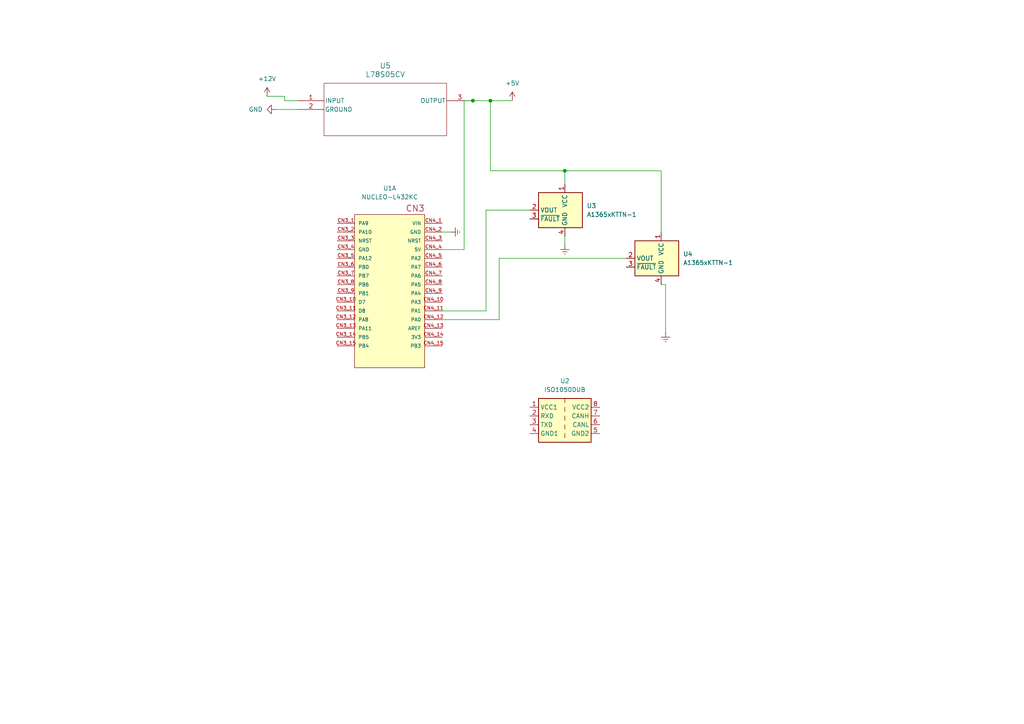
<source format=kicad_sch>
(kicad_sch (version 20230121) (generator eeschema)
  (paper "A4")
  (lib_symbols
    (symbol "1FS_2_Global_Symbol_Library:NUCLEO-L432KC" (pin_names (offset 1.016))
      (property "Reference" "U" (at 10.16 21.082 0))
      (property "Value" "NUCLEO-L432KC" (at -7.62 -25.4 0))
      (symbol "NUCLEO-L432KC_1_0"
        (rectangle (start -10.16 17.78) (end 10.16 -26.67) (stroke (width 0.1524)) (fill (type background)))
        (text "CN3" (at 10.16 18.542 0) (effects (font (size 1.778 1.778)) (justify right bottom)))
        (pin bidirectional line (at -15.24 15.24 0) (length 5.08) (name "PA9") (number "CN3_1"))
        (pin bidirectional line (at -15.24 -12.7 0) (length 5.08) (name "PA8") (number "CN3_12"))
        (pin bidirectional line (at -15.24 -15.24 0) (length 5.08) (name "PA11") (number "CN3_13"))
        (pin bidirectional line (at -15.24 -17.78 0) (length 5.08) (name "PB5") (number "CN3_14"))
        (pin bidirectional line (at -15.24 -20.32 0) (length 5.08) (name "PB4") (number "CN3_15"))
        (pin bidirectional line (at -15.24 12.7 0) (length 5.08) (name "PA10") (number "CN3_2"))
        (pin bidirectional line (at -15.24 5.08 0) (length 5.08) (name "PA12") (number "CN3_5"))
        (pin bidirectional line (at -15.24 2.54 0) (length 5.08) (name "PB0") (number "CN3_6"))
        (pin bidirectional line (at -15.24 0 0) (length 5.08) (name "PB7") (number "CN3_7"))
        (pin bidirectional line (at -15.24 -2.54 0) (length 5.08) (name "PB6") (number "CN3_8"))
        (pin bidirectional line (at -15.24 -5.08 0) (length 5.08) (name "PB1") (number "CN3_9"))
      )
      (symbol "NUCLEO-L432KC_1_1"
        (pin bidirectional line (at -15.24 -7.62 0) (length 5.08) (name "D7") (number "CN3_10"))
        (pin bidirectional line (at -15.24 -10.16 0) (length 5.08) (name "D8") (number "CN3_11"))
        (pin bidirectional line (at -15.24 10.16 0) (length 5.08) (name "NRST") (number "CN3_3"))
        (pin power_in line (at -15.24 7.62 0) (length 5.08) (name "GND") (number "CN3_4"))
        (pin power_in line (at 15.24 15.24 180) (length 5.08) (name "VIN") (number "CN4_1"))
        (pin bidirectional line (at 15.24 -7.62 180) (length 5.08) (name "PA3") (number "CN4_10"))
        (pin bidirectional line (at 15.24 -10.16 180) (length 5.08) (name "PA1") (number "CN4_11"))
        (pin bidirectional line (at 15.24 -12.7 180) (length 5.08) (name "PA0") (number "CN4_12"))
        (pin bidirectional line (at 15.24 -15.24 180) (length 5.08) (name "AREF") (number "CN4_13"))
        (pin power_out line (at 15.24 -17.78 180) (length 5.08) (name "3V3") (number "CN4_14"))
        (pin bidirectional line (at 15.24 -20.32 180) (length 5.08) (name "PB3") (number "CN4_15"))
        (pin power_in line (at 15.24 12.7 180) (length 5.08) (name "GND") (number "CN4_2"))
        (pin bidirectional line (at 15.24 10.16 180) (length 5.08) (name "NRST") (number "CN4_3"))
        (pin power_out line (at 15.24 7.62 180) (length 5.08) (name "5V") (number "CN4_4"))
        (pin bidirectional line (at 15.24 5.08 180) (length 5.08) (name "PA2") (number "CN4_5"))
        (pin bidirectional line (at 15.24 2.54 180) (length 5.08) (name "PA7") (number "CN4_6"))
        (pin bidirectional line (at 15.24 0 180) (length 5.08) (name "PA6") (number "CN4_7"))
        (pin bidirectional line (at 15.24 -2.54 180) (length 5.08) (name "PA5") (number "CN4_8"))
        (pin bidirectional line (at 15.24 -5.08 180) (length 5.08) (name "PA4") (number "CN4_9"))
      )
      (symbol "NUCLEO-L432KC_2_0"
        (rectangle (start -10.16 -17.78) (end 10.16 17.78) (stroke (width 0.1524)) (fill (type background)))
        (text "CN4" (at -10.16 18.542 0) (effects (font (size 1.778 1.778)) (justify left bottom)))
        (pin input line (at -15.24 7.62 0) (length 5.08) (name "VIN") (number "CN4_1"))
        (pin bidirectional line (at -15.24 -10.16 0) (length 5.08) (name "PA3") (number "CN4_10"))
        (pin bidirectional line (at -15.24 -5.08 0) (length 5.08) (name "PA1") (number "CN4_11"))
        (pin bidirectional line (at -15.24 -2.54 0) (length 5.08) (name "PA0") (number "CN4_12"))
        (pin bidirectional line (at 15.24 7.62 180) (length 5.08) (name "AREF") (number "CN4_13"))
        (pin power_in line (at 15.24 12.7 180) (length 5.08) (name "+3V3") (number "CN4_14"))
        (pin bidirectional line (at 15.24 2.54 180) (length 5.08) (name "PB3") (number "CN4_15"))
        (pin power_in line (at 15.24 -15.24 180) (length 5.08) (name "GND_CN4") (number "CN4_2"))
        (pin bidirectional line (at -15.24 2.54 0) (length 5.08) (name "NRST_CN4") (number "CN4_3"))
        (pin power_in line (at 15.24 15.24 180) (length 5.08) (name "+5V") (number "CN4_4"))
        (pin bidirectional line (at -15.24 -7.62 0) (length 5.08) (name "PA2") (number "CN4_5"))
        (pin bidirectional line (at 15.24 -10.16 180) (length 5.08) (name "PA7") (number "CN4_6"))
        (pin bidirectional line (at 15.24 -7.62 180) (length 5.08) (name "PA6") (number "CN4_7"))
        (pin bidirectional line (at 15.24 -5.08 180) (length 5.08) (name "PA5") (number "CN4_8"))
        (pin bidirectional line (at 15.24 -2.54 180) (length 5.08) (name "PA4") (number "CN4_9"))
      )
      (symbol "NUCLEO-L432KC_2_1"
        (pin bidirectional line (at 17.78 6.35 180) (length 5.08) (name "PA2") (number "-UB"))
      )
    )
    (symbol "Interface_CAN_LIN:ISO1050DUB"
      (property "Reference" "U" (at -6.35 6.35 0))
      (property "Value" "ISO1050DUB" (at 2.54 6.35 0))
      (symbol "ISO1050DUB_0_1"
        (rectangle (start -7.62 5.08) (end 7.62 -7.62) (stroke (width 0.254)) (fill (type background)))
        (polyline (pts (xy 0 -5.08) (xy 0 -6.35)))
        (polyline (pts (xy 0 -2.54) (xy 0 -3.81)))
        (polyline (pts (xy 0 0) (xy 0 -1.27)))
        (polyline (pts (xy 0 2.54) (xy 0 1.27)))
        (polyline (pts (xy 0 5.08) (xy 0 3.81)))
      )
      (symbol "ISO1050DUB_1_1"
        (pin power_in line (at -10.16 2.54 0) (length 2.54) (name "VCC1") (number "1"))
        (pin output line (at -10.16 0 0) (length 2.54) (name "RXD") (number "2"))
        (pin input line (at -10.16 -2.54 0) (length 2.54) (name "TXD") (number "3"))
        (pin power_in line (at -10.16 -5.08 0) (length 2.54) (name "GND1") (number "4"))
        (pin power_in line (at 10.16 -5.08 180) (length 2.54) (name "GND2") (number "5"))
        (pin bidirectional line (at 10.16 -2.54 180) (length 2.54) (name "CANL") (number "6"))
        (pin bidirectional line (at 10.16 0 180) (length 2.54) (name "CANH") (number "7"))
        (pin power_in line (at 10.16 2.54 180) (length 2.54) (name "VCC2") (number "8"))
      )
    )
    (symbol "Regulator_Linear:L78S05CV" (pin_names (offset 0.254))
      (property "Reference" "U" (at 25.4 10.16 0))
      (property "Value" "L78S05CV" (at 25.4 7.62 0))
      (symbol "L78S05CV_0_1"
        (polyline (pts (xy 7.62 -10.16) (xy 43.18 -10.16)) (stroke (width 0.127)))
        (polyline (pts (xy 7.62 5.08) (xy 7.62 -10.16)) (stroke (width 0.127)))
        (polyline (pts (xy 43.18 -10.16) (xy 43.18 5.08)) (stroke (width 0.127)))
        (polyline (pts (xy 43.18 5.08) (xy 7.62 5.08)) (stroke (width 0.127)))
        (pin input line (at 0 0 0) (length 7.62) (name "INPUT") (number "1"))
        (pin power_out line (at 0 -2.54 0) (length 7.62) (name "GROUND") (number "2"))
        (pin output line (at 50.8 0 180) (length 7.62) (name "OUTPUT") (number "3"))
      )
    )
    (symbol "Sensor_Current:A1365xKTTN-1"
      (property "Reference" "U" (at 8.89 6.35 0))
      (property "Value" "A1365xKTTN-1" (at 8.89 3.81 0))
      (symbol "A1365xKTTN-1_0_1"
        (rectangle (start -5.08 5.08) (end 7.62 -5.08) (stroke (width 0.254)) (fill (type background)))
      )
      (symbol "A1365xKTTN-1_1_1"
        (pin power_in line (at 0 7.62 270) (length 2.54) (name "VCC") (number "1"))
        (pin output line (at 10.16 0 180) (length 2.54) (name "VOUT") (number "2"))
        (pin output line (at 10.16 -2.54 180) (length 2.54) (name "~{FAULT}") (number "3"))
        (pin power_in line (at 0 -7.62 90) (length 2.54) (name "GND") (number "4"))
      )
    )
    (symbol "power:+12V" (power) (pin_names (offset 0))
      (property "Value" "+12V" (at 0 3.556 0))
      (symbol "+12V_0_1"
        (polyline (pts (xy -0.762 1.27) (xy 0 2.54)))
        (polyline (pts (xy 0 0) (xy 0 2.54)))
        (polyline (pts (xy 0 2.54) (xy 0.762 1.27)))
      )
      (symbol "+12V_1_1"
        (pin power_in line (at 0 0 90) (length 0) hide (name "+12V") (number "1"))
      )
    )
    (symbol "power:+5V" (power) (pin_names (offset 0))
      (property "Value" "+5V" (at 0 3.556 0))
      (symbol "+5V_0_1"
        (polyline (pts (xy -0.762 1.27) (xy 0 2.54)))
        (polyline (pts (xy 0 0) (xy 0 2.54)))
        (polyline (pts (xy 0 2.54) (xy 0.762 1.27)))
      )
      (symbol "+5V_1_1"
        (pin power_in line (at 0 0 90) (length 0) hide (name "+5V") (number "1"))
      )
    )
    (symbol "power:Earth" (power) (pin_names (offset 0))
      (symbol "Earth_0_1"
        (polyline (pts (xy -0.635 -1.905) (xy 0.635 -1.905)))
        (polyline (pts (xy -0.127 -2.54) (xy 0.127 -2.54)))
        (polyline (pts (xy 0 -1.27) (xy 0 0)))
        (polyline (pts (xy 1.27 -1.27) (xy -1.27 -1.27)))
      )
      (symbol "Earth_1_1"
        (pin power_in line (at 0 0 270) (length 0) hide (name "Earth") (number "1"))
      )
    )
    (symbol "power:GND" (power) (pin_names (offset 0))
      (property "Value" "GND" (at 0 -3.81 0))
      (symbol "GND_0_1"
        (polyline (pts (xy 0 0) (xy 0 -1.27) (xy 1.27 -1.27) (xy 0 -2.54) (xy -1.27 -1.27) (xy 0 -1.27)))
      )
      (symbol "GND_1_1"
        (pin power_in line (at 0 0 270) (length 0) hide (name "GND") (number "1"))
      )
    )
  )
  (junction (at 163.83 49.53))
  (junction (at 137.16 29.21))
  (junction (at 142.24 29.21))
  (wire (pts (xy 163.83 49.53) (xy 191.77 49.53)))
  (wire (pts (xy 140.97 60.96) (xy 140.97 90.17)))
  (wire (pts (xy 82.55 29.21) (xy 86.36 29.21)))
  (wire (pts (xy 163.83 68.58) (xy 163.83 71.12)))
  (wire (pts (xy 128.27 67.31) (xy 130.81 67.31)))
  (wire (pts (xy 144.78 74.93) (xy 144.78 92.71)))
  (wire (pts (xy 134.62 29.21) (xy 137.16 29.21)))
  (wire (pts (xy 142.24 49.53) (xy 163.83 49.53)))
  (wire (pts (xy 77.47 27.94) (xy 82.55 27.94)))
  (wire (pts (xy 191.77 82.55) (xy 193.04 82.55)))
  (wire (pts (xy 153.67 60.96) (xy 140.97 60.96)))
  (wire (pts (xy 144.78 92.71) (xy 128.27 92.71)))
  (wire (pts (xy 163.83 49.53) (xy 163.83 53.34)))
  (wire (pts (xy 181.61 74.93) (xy 144.78 74.93)))
  (wire (pts (xy 137.16 29.21) (xy 142.24 29.21)))
  (wire (pts (xy 134.62 29.21) (xy 134.62 72.39)))
  (wire (pts (xy 191.77 49.53) (xy 191.77 67.31)))
  (wire (pts (xy 140.97 90.17) (xy 128.27 90.17)))
  (wire (pts (xy 82.55 27.94) (xy 82.55 29.21)))
  (wire (pts (xy 80.01 31.75) (xy 86.36 31.75)))
  (wire (pts (xy 142.24 29.21) (xy 142.24 49.53)))
  (wire (pts (xy 193.04 82.55) (xy 193.04 96.52)))
  (wire (pts (xy 148.59 29.21) (xy 142.24 29.21)))
  (wire (pts (xy 134.62 72.39) (xy 128.27 72.39)))
  (symbol (lib_id "power:Earth") (at 130.81 67.31 90) (unit 1)
    (property "Reference" "#PWR06" (effects hide))
    (property "Value" "Earth" (effects hide))
  )
  (symbol (lib_id "Sensor_Current:A1365xKTTN-1") (at 163.83 60.96 0) (mirror y) (unit 1)
    (property "Reference" "U3" (at 170.18 59.69 0) (effects (justify right)))
    (property "Value" "A1365xKTTN-1" (at 170.18 62.23 0) (effects (justify right)))
    (property "Footprint" "Sensor_Current:Allegro_SIP-4" (effects hide))
    (property "Datasheet" "http://www.allegromicro.com/~/media/Files/Datasheets/A1365-Datasheet.ashx?la=en" (effects hide))
  )
  (symbol (lib_id "Regulator_Linear:L78S05CV") (at 86.36 29.21 0) (unit 1)
    (property "Reference" "U5" (at 111.76 19.05 0) (effects (font (size 1.524 1.524))))
    (property "Value" "L78S05CV" (at 111.76 21.59 0) (effects (font (size 1.524 1.524))))
    (property "Footprint" "TO-220_STM" (effects hide))
    (property "Datasheet" "L78S05CV" (effects hide))
  )
  (symbol (lib_id "power:Earth") (at 163.83 71.12 0) (unit 1)
    (property "Reference" "#PWR04" (effects hide))
    (property "Value" "Earth" (effects hide))
  )
  (symbol (lib_id "power:+5V") (at 148.59 29.21 0) (unit 1)
    (property "Reference" "#PWR03" (effects hide))
    (property "Value" "+5V" (at 148.59 24.13 0))
  )
  (symbol (lib_id "1FS_2_Global_Symbol_Library:NUCLEO-L432KC") (at 113.03 80.01 0) (unit 1)
    (property "Reference" "U1" (at 113.03 54.61 0))
    (property "Value" "NUCLEO-L432KC" (at 113.03 57.15 0))
    (property "Footprint" "NUCLEO-L432KC:MODULE_NUCLEO-L432KC" (effects hide))
    (property "PARTREV" "N/A" (effects hide))
    (property "STANDARD" "Manufacturer Recommendations" (effects hide))
    (property "MAXIMUM_PACKAGE_HEIGHT" "N/A" (effects hide))
    (property "MANUFACTURER" "ST Microelectronics" (effects hide))
  )
  (symbol (lib_id "power:+12V") (at 77.47 27.94 0) (unit 1)
    (property "Reference" "#PWR02" (effects hide))
    (property "Value" "+12V" (at 77.47 22.86 0))
  )
  (symbol (lib_id "power:GND") (at 80.01 31.75 270) (unit 1)
    (property "Reference" "#PWR01" (effects hide))
    (property "Value" "GND" (at 76.2 31.75 90) (effects (justify right)))
  )
  (symbol (lib_id "power:Earth") (at 193.04 96.52 0) (unit 1)
    (property "Reference" "#PWR05" (effects hide))
    (property "Value" "Earth" (effects hide))
  )
  (symbol (lib_id "Interface_CAN_LIN:ISO1050DUB") (at 163.83 120.65 0) (unit 1)
    (property "Reference" "U2" (at 163.83 110.49 0))
    (property "Value" "ISO1050DUB" (at 163.83 113.03 0))
    (property "Footprint" "Package_SO:SOP-8_6.62x9.15mm_P2.54mm" (effects hide))
    (property "Datasheet" "http://www.ti.com/lit/ds/symlink/iso1050.pdf" (effects hide))
  )
  (symbol (lib_id "Sensor_Current:A1365xKTTN-1") (at 191.77 74.93 0) (mirror y) (unit 1)
    (property "Reference" "U4" (at 198.12 73.66 0) (effects (justify right)))
    (property "Value" "A1365xKTTN-1" (at 198.12 76.2 0) (effects (justify right)))
    (property "Footprint" "Sensor_Current:Allegro_SIP-4" (effects hide))
    (property "Datasheet" "http://www.allegromicro.com/~/media/Files/Datasheets/A1365-Datasheet.ashx?la=en" (effects hide))
  )
)
</source>
